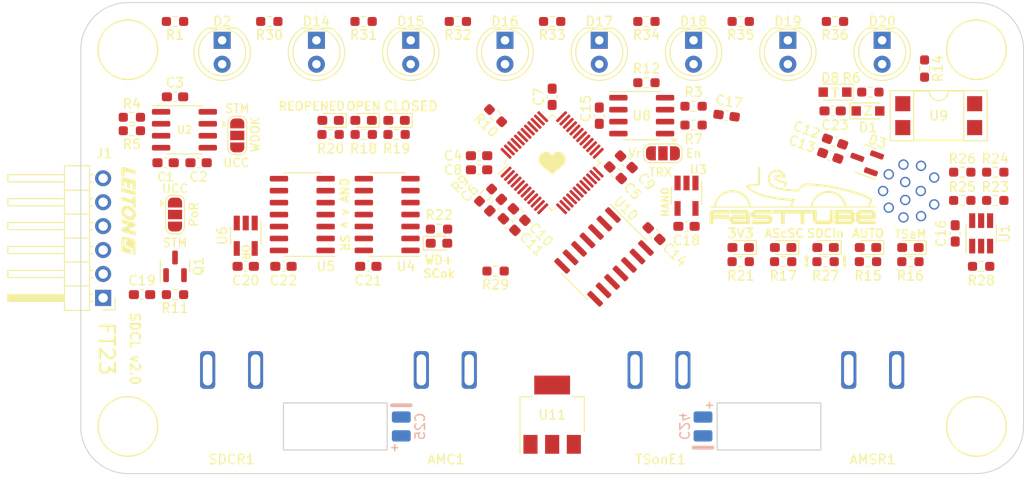
<source format=kicad_pcb>
(kicad_pcb (version 20211014) (generator pcbnew)

  (general
    (thickness 1.6)
  )

  (paper "A4")
  (layers
    (0 "F.Cu" signal)
    (1 "In1.Cu" power "3V3.Cu")
    (2 "In2.Cu" power "GND.Cu")
    (31 "B.Cu" signal)
    (33 "F.Adhes" user "F.Adhesive")
    (35 "F.Paste" user)
    (37 "F.SilkS" user "F.Silkscreen")
    (38 "B.Mask" user)
    (39 "F.Mask" user)
    (40 "Dwgs.User" user "User.Drawings")
    (41 "Cmts.User" user "User.Comments")
    (42 "Eco1.User" user "User.Eco1")
    (43 "Eco2.User" user "User.Eco2")
    (44 "Edge.Cuts" user)
    (45 "Margin" user)
    (46 "B.CrtYd" user "B.Courtyard")
    (47 "F.CrtYd" user "F.Courtyard")
    (49 "F.Fab" user)
  )

  (setup
    (stackup
      (layer "F.SilkS" (type "Top Silk Screen"))
      (layer "F.Paste" (type "Top Solder Paste"))
      (layer "F.Mask" (type "Top Solder Mask") (thickness 0.01))
      (layer "F.Cu" (type "copper") (thickness 0.035))
      (layer "dielectric 1" (type "core") (thickness 0.48) (material "FR4") (epsilon_r 4.5) (loss_tangent 0.02))
      (layer "In1.Cu" (type "copper") (thickness 0.035))
      (layer "dielectric 2" (type "prepreg") (thickness 0.48) (material "FR4") (epsilon_r 4.5) (loss_tangent 0.02))
      (layer "In2.Cu" (type "copper") (thickness 0.035))
      (layer "dielectric 3" (type "core") (thickness 0.48) (material "FR4") (epsilon_r 4.5) (loss_tangent 0.02))
      (layer "B.Cu" (type "copper") (thickness 0.035))
      (layer "B.Mask" (type "Bottom Solder Mask") (thickness 0.01))
      (layer "B.Paste" (type "Bottom Solder Paste"))
      (layer "dielectric 4" (type "Bottom Silk Screen") (thickness 0) (material "FR4") (epsilon_r 4.5) (loss_tangent 0.02))
      (copper_finish "None")
      (dielectric_constraints no)
    )
    (pad_to_mask_clearance 0)
    (pcbplotparams
      (layerselection 0x00010e0_ffffffff)
      (disableapertmacros false)
      (usegerberextensions false)
      (usegerberattributes true)
      (usegerberadvancedattributes true)
      (creategerberjobfile true)
      (svguseinch false)
      (svgprecision 6)
      (excludeedgelayer true)
      (plotframeref false)
      (viasonmask false)
      (mode 1)
      (useauxorigin false)
      (hpglpennumber 1)
      (hpglpenspeed 20)
      (hpglpendiameter 15.000000)
      (dxfpolygonmode true)
      (dxfimperialunits true)
      (dxfusepcbnewfont true)
      (psnegative false)
      (psa4output false)
      (plotreference true)
      (plotvalue true)
      (plotinvisibletext false)
      (sketchpadsonfab false)
      (subtractmaskfromsilk false)
      (outputformat 1)
      (mirror false)
      (drillshape 0)
      (scaleselection 1)
      (outputdirectory "export/")
    )
  )

  (net 0 "")
  (net 1 "GND")
  (net 2 "+3V3")
  (net 3 "NRST")
  (net 4 "+12V")
  (net 5 "AMC")
  (net 6 "TRACESWO")
  (net 7 "SWDIO")
  (net 8 "SWCLK")
  (net 9 "Net-(R12-Pad1)")
  (net 10 "AMSRin")
  (net 11 "AMSRout")
  (net 12 "+3.3V")
  (net 13 "/CAN TRX/CAN_H")
  (net 14 "/CAN TRX/CAN_L")
  (net 15 "Net-(C19-Pad1)")
  (net 16 "/Connections/SDC_in_3V3")
  (net 17 "Net-(D2-Pad1)")
  (net 18 "Net-(D2-Pad2)")
  (net 19 "Net-(D4-Pad2)")
  (net 20 "/Backup AMI/AMI0")
  (net 21 "Net-(D15-Pad1)")
  (net 22 "/Backup AMI/AMI1")
  (net 23 "Net-(D16-Pad1)")
  (net 24 "/Backup AMI/AMI2")
  (net 25 "Net-(D17-Pad1)")
  (net 26 "/Backup AMI/AMI3")
  (net 27 "Net-(D18-Pad1)")
  (net 28 "/Backup AMI/AMI4")
  (net 29 "Net-(D19-Pad1)")
  (net 30 "/Backup AMI/AMI5")
  (net 31 "Net-(D20-Pad1)")
  (net 32 "/Backup AMI/AMI6")
  (net 33 "Net-(J2-Pad1)")
  (net 34 "Net-(J2-Pad9)")
  (net 35 "Net-(R14-Pad2)")
  (net 36 "Net-(R10-Pad1)")
  (net 37 "Net-(D5-Pad2)")
  (net 38 "Net-(D6-Pad2)")
  (net 39 "Net-(D7-Pad2)")
  (net 40 "Net-(D9-Pad2)")
  (net 41 "Net-(D10-Pad2)")
  (net 42 "Net-(D11-Pad2)")
  (net 43 "Net-(D12-Pad2)")
  (net 44 "Net-(D13-Pad2)")
  (net 45 "/Non-Programmable Logic/~{WDO}")
  (net 46 "/Non-Programmable Logic/RP")
  (net 47 "/Non-Programmable Logic/WP")
  (net 48 "/Non-Programmable Logic/correct_button_pressed")
  (net 49 "/Non-Programmable Logic/close_while_allowed")
  (net 50 "/Non-Programmable Logic/~{reset_all}")
  (net 51 "/Non-Programmable Logic/closing_allowed")
  (net 52 "/Non-Programmable Logic/~{reopen}")
  (net 53 "/Non-Programmable Logic/WD_and_SDCin_ok")
  (net 54 "/Non-Programmable Logic/~{try_close}")
  (net 55 "unconnected-(J2-Pad11)")
  (net 56 "unconnected-(J2-Pad12)")
  (net 57 "Net-(JPPoR1-Pad1)")
  (net 58 "/Connections/SDC_out")
  (net 59 "/Connections/SDC_in")
  (net 60 "/Connections/TS_activate_dash")
  (net 61 "/Controller/Watchdog")
  (net 62 "WD_OK")
  (net 63 "/CAN TRX/CAN_TX")
  (net 64 "/CAN TRX/CAN_RX")
  (net 65 "Net-(D14-Pad1)")
  (net 66 "/Connections/ASMS")
  (net 67 "/Buttons/~{SDC_reset}")
  (net 68 "/Controller/AS_close_SDC")
  (net 69 "CLOSED")
  (net 70 "INITIAL_OPEN")
  (net 71 "REOPENED")
  (net 72 "/Buttons/TS_activate_ext")
  (net 73 "/Controller/SDC_is_ready")
  (net 74 "unconnected-(U7-Pad2)")
  (net 75 "unconnected-(U7-Pad3)")
  (net 76 "unconnected-(U7-Pad4)")
  (net 77 "unconnected-(U7-Pad5)")
  (net 78 "unconnected-(U7-Pad6)")
  (net 79 "Net-(U10-Pad2)")
  (net 80 "Net-(U10-Pad4)")
  (net 81 "Net-(U10-Pad6)")
  (net 82 "Net-(U10-Pad8)")
  (net 83 "Net-(U10-Pad10)")
  (net 84 "Net-(U10-Pad12)")
  (net 85 "unconnected-(U7-Pad18)")
  (net 86 "unconnected-(U7-Pad20)")
  (net 87 "unconnected-(U7-Pad25)")
  (net 88 "unconnected-(U7-Pad26)")
  (net 89 "unconnected-(U7-Pad27)")
  (net 90 "unconnected-(U7-Pad28)")
  (net 91 "ASB_error")
  (net 92 "unconnected-(U7-Pad40)")
  (net 93 "/CAN TRX/Vref")
  (net 94 "Net-(JP1-Pad2)")

  (footprint "Capacitor_SMD:C_0603_1608Metric_Pad1.08x0.95mm_HandSolder" (layer "F.Cu") (at 109 67))

  (footprint "Capacitor_SMD:C_0603_1608Metric_Pad1.08x0.95mm_HandSolder" (layer "F.Cu") (at 112.5 67))

  (footprint "Capacitor_SMD:C_0603_1608Metric_Pad1.08x0.95mm_HandSolder" (layer "F.Cu") (at 110 60 180))

  (footprint "Capacitor_SMD:C_0603_1608Metric_Pad1.08x0.95mm_HandSolder" (layer "F.Cu") (at 142.25 66.25 180))

  (footprint "Capacitor_SMD:C_0603_1608Metric_Pad1.08x0.95mm_HandSolder" (layer "F.Cu") (at 156.717515 68.06066 -45))

  (footprint "Capacitor_SMD:C_0603_1608Metric_Pad1.08x0.95mm_HandSolder" (layer "F.Cu") (at 144 71.5 -135))

  (footprint "Capacitor_SMD:C_0603_1608Metric_Pad1.08x0.95mm_HandSolder" (layer "F.Cu") (at 150 60 90))

  (footprint "Capacitor_SMD:C_0603_1608Metric_Pad1.08x0.95mm_HandSolder" (layer "F.Cu") (at 142.25 67.75 180))

  (footprint "Capacitor_SMD:C_0603_1608Metric_Pad1.08x0.95mm_HandSolder" (layer "F.Cu") (at 157.867538 66.897577 -45))

  (footprint "Capacitor_SMD:C_0603_1608Metric_Pad1.08x0.95mm_HandSolder" (layer "F.Cu") (at 146.5 72.5 135))

  (footprint "Capacitor_SMD:C_0603_1608Metric_Pad1.08x0.95mm_HandSolder" (layer "F.Cu") (at 145.43934 73.56066 135))

  (footprint "Capacitor_SMD:C_0603_1608Metric_Pad1.08x0.95mm_HandSolder" (layer "F.Cu") (at 180 64.75 -20))

  (footprint "Capacitor_SMD:C_0603_1608Metric_Pad1.08x0.95mm_HandSolder" (layer "F.Cu") (at 179.5 66.25 160))

  (footprint "Package_TO_SOT_SMD:SOT-23-5_HandSoldering" (layer "F.Cu") (at 164.25 70.5 -90))

  (footprint "Capacitor_SMD:C_0603_1608Metric_Pad1.08x0.95mm_HandSolder" (layer "F.Cu") (at 155 62 90))

  (footprint "Package_TO_SOT_SMD:SOT-23-5_HandSoldering" (layer "F.Cu") (at 117.5 74.75 -90))

  (footprint "Resistor_SMD:R_0603_1608Metric_Pad0.98x0.95mm_HandSolder" (layer "F.Cu") (at 105.423313 62.172844))

  (footprint "Resistor_SMD:R_0603_1608Metric_Pad0.98x0.95mm_HandSolder" (layer "F.Cu") (at 105.423313 63.600757 180))

  (footprint "Resistor_SMD:R_0603_1608Metric_Pad0.98x0.95mm_HandSolder" (layer "F.Cu") (at 183.75 59.5 180))

  (footprint "Resistor_SMD:R_0603_1608Metric_Pad0.98x0.95mm_HandSolder" (layer "F.Cu") (at 142.93934 70.43934 45))

  (footprint "Resistor_SMD:R_0603_1608Metric_Pad0.98x0.95mm_HandSolder" (layer "F.Cu") (at 144 62 135))

  (footprint "Resistor_SMD:R_0603_1608Metric_Pad0.98x0.95mm_HandSolder" (layer "F.Cu") (at 160 58.5 180))

  (footprint "Package_TO_SOT_SMD:SOT-23-6_Handsoldering" (layer "F.Cu") (at 195.5 74.5 90))

  (footprint "Package_SO:SOIC-8_3.9x4.9mm_P1.27mm" (layer "F.Cu") (at 111 63.5))

  (footprint "Package_SO:SOIC-14_3.9x8.7mm_P1.27mm" (layer "F.Cu") (at 132.5 72.5 180))

  (footprint "Package_SO:SOIC-14_3.9x8.7mm_P1.27mm" (layer "F.Cu") (at 123.5 72.503922 180))

  (footprint "Package_QFP:LQFP-48_7x7mm_P0.5mm" (layer "F.Cu") (at 150 67 45))

  (footprint "Package_SO:SOIC-8_3.9x4.9mm_P1.27mm" (layer "F.Cu") (at 159.5 62))

  (footprint "Resistor_SMD:R_0603_1608Metric_Pad0.98x0.95mm_HandSolder" (layer "F.Cu") (at 189.5 57 -90))

  (footprint "Package_DIP:DIP-4_W7.62mm_SMDSocket_SmallPads" (layer "F.Cu") (at 191 62))

  (footprint "Capacitor_SMD:C_0603_1608Metric_Pad1.08x0.95mm_HandSolder" (layer "F.Cu") (at 192.75 74.5 90))

  (footprint "Capacitor_SMD:C_0603_1608Metric_Pad1.08x0.95mm_HandSolder" (layer "F.Cu") (at 164.25 73.75))

  (footprint "Capacitor_SMD:C_0603_1608Metric_Pad1.08x0.95mm_HandSolder" (layer "F.Cu") (at 117.5 78))

  (footprint "Capacitor_SMD:C_0603_1608Metric_Pad1.08x0.95mm_HandSolder" (layer "F.Cu") (at 130.5 78 180))

  (footprint "Capacitor_SMD:C_0603_1608Metric_Pad1.08x0.95mm_HandSolder" (layer "F.Cu") (at 121.5 78 180))

  (footprint "Diode_SMD:D_0603_1608Metric_Pad1.05x0.95mm_HandSolder" (layer "F.Cu") (at 183.5 76 180))

  (footprint "Diode_SMD:D_0603_1608Metric_Pad1.05x0.95mm_HandSolder" (layer "F.Cu") (at 188 76 180))

  (footprint "Diode_SMD:D_0603_1608Metric_Pad1.05x0.95mm_HandSolder" (layer "F.Cu") (at 174.5 76 180))

  (footprint "Diode_SMD:D_0603_1608Metric_Pad1.05x0.95mm_HandSolder" (layer "F.Cu") (at 130 62.5 180))

  (footprint "Diode_SMD:D_0603_1608Metric_Pad1.05x0.95mm_HandSolder" (layer "F.Cu") (at 133.5 62.5 180))

  (footprint "Diode_SMD:D_0603_1608Metric_Pad1.05x0.95mm_HandSolder" (layer "F.Cu") (at 126.5 62.5 180))

  (footprint "Diode_SMD:D_0603_1608Metric_Pad1.05x0.95mm_HandSolder" (layer "F.Cu") (at 170 76 180))

  (footprint "Resistor_SMD:R_0603_1608Metric_Pad0.98x0.95mm_HandSolder" (layer "F.Cu") (at 183.5 77.5 180))

  (footprint "Resistor_SMD:R_0603_1608Metric_Pad0.98x0.95mm_HandSolder" (layer "F.Cu") (at 188 77.5))

  (footprint "Diode_SMD:D_0603_1608Metric_Pad1.05x0.95mm_HandSolder" (layer "F.Cu") (at 138 75.545))

  (footprint "Resistor_SMD:R_0603_1608Metric_Pad0.98x0.95mm_HandSolder" (layer "F.Cu") (at 174.5 77.5 180))

  (footprint "Resistor_SMD:R_0603_1608Metric_Pad0.98x0.95mm_HandSolder" (layer "F.Cu") (at 130.016666 64 180))

  (footprint "Resistor_SMD:R_0603_1608Metric_Pad0.98x0.95mm_HandSolder" (layer "F.Cu") (at 133.5 64 180))

  (footprint "Resistor_SMD:R_0603_1608Metric_Pad0.98x0.95mm_HandSolder" (layer "F.Cu") (at 126.5 64 180))

  (footprint "Resistor_SMD:R_0603_1608Metric_Pad0.98x0.95mm_HandSolder" (layer "F.Cu") (at 170 77.5 180))

  (footprint "Resistor_SMD:R_0603_1608Metric_Pad0.98x0.95mm_HandSolder" (layer "F.Cu") (at 138 74.045 180))

  (footprint "Capacitor_SMD:C_0603_1608Metric_Pad1.08x0.95mm_HandSolder" (layer "F.Cu") (at 179.75 61.5))

  (footprint "Diode_SMD:D_SOD-323_HandSoldering" (layer "F.Cu") (at 180 59.5 180))

  (footprint "MountingHole:MountingHole_3.2mm_M3" (layer "F.Cu")
    (tedit 56D1B4CB) (tstamp 00000000-0000-0000-0000-000061bee488)
    (at 105 55 180)
    (descr "Mounting Hole 3.2mm, no annular, M3")
    (tags "mounting hole 3.2mm no annular m3")
    (property "Sheetfile" "connections.kicad_sch")
    (property "Sheetname" "Connections")
    (path "/00000000-0000-0000-0000-000061bba8ea/00000000-0000-0000-0000-000061bd2819")
    (attr exclude_from_pos_files)
    (fp_text reference "H1" (at 0 -4.2) (layer "F.SilkS") hide
      (effects (font (size 1 1) (thickness 0.15)))
      (tstamp 47fadd5d-e63f-4824-9b10-de5d2fb6df9a)
    )
    (fp_text value "MountingHole" (at 0 4.2) (layer "F.Fab")
      (effects (font (size 1 1) (thickness 0.15)))
      (tstamp 1c823e0b-a9cf-4241-96e0-8c775a87c35a
... [513026 chars truncated]
</source>
